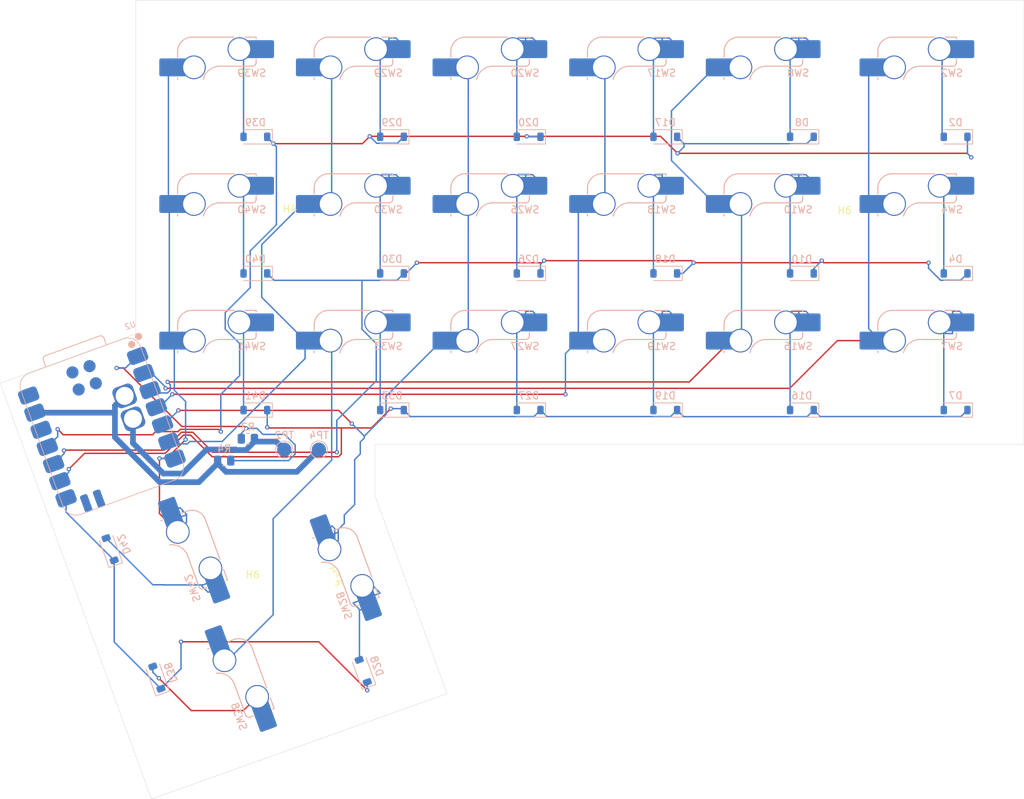
<source format=kicad_pcb>
(kicad_pcb (version 20241229) (generator "pcbnew") (generator_version "9.0")
  (layers (0 "F.Cu" signal) (2 "B.Cu" signal) (13 "F.Paste" user) (15 "B.Paste" user) (5 "F.SilkS" user "F.Silkscreen") (7 "B.SilkS" user "B.Silkscreen") (1 "F.Mask" user) (3 "B.Mask" user) (25 "Edge.Cuts" user))
  (net 0 "")
  (net 1 "/right/ROW0")
  (net 2 "Net-(D2-A)")
  (net 3 "/right/ROW1")
  (net 4 "Net-(D4-A)")
  (net 5 "/right/ROW2")
  (net 6 "Net-(D7-A)")
  (net 7 "Net-(D8-A)")
  (net 8 "Net-(D10-A)")
  (net 9 "Net-(D16-A)")
  (net 10 "Net-(D17-A)")
  (net 11 "Net-(D18-A)")
  (net 12 "Net-(D19-A)")
  (net 13 "Net-(D20-A)")
  (net 14 "Net-(D26-A)")
  (net 15 "Net-(D27-A)")
  (net 16 "/right/ROW3")
  (net 17 "Net-(D28-A)")
  (net 18 "Net-(D29-A)")
  (net 19 "Net-(D30-A)")
  (net 20 "Net-(D33-A)")
  (net 21 "Net-(D38-A)")
  (net 22 "Net-(D39-A)")
  (net 23 "Net-(D40-A)")
  (net 24 "Net-(D41-A)")
  (net 25 "Net-(D42-A)")
  (net 26 "/right/BT_PIN")
  (net 27 "/right/VBAT")
  (net 28 "GND")
  (net 29 "/right/COL0")
  (net 30 "/right/COL1")
  (net 31 "/right/COL2")
  (net 32 "/right/COL3")
  (net 33 "/right/COL4")
  (net 34 "/right/COL5")
  (footprint "MountingHole:MountingHole_3.2mm_M3" (layer "F.Cu") (at 199.644 136.652)
    (property "Reference" "H6")
    (property "Value" "MountingHole_3.2mm_M3")
  )
  (footprint "MountingHole:MountingHole_3.2mm_M3" (layer "F.Cu") (at 282.194 85.852)
    (property "Reference" "H6")
    (property "Value" "MountingHole_3.2mm_M3")
  )
  (footprint "MountingHole:MountingHole_3.2mm_M3" (layer "F.Cu") (at 204.85 85.64)
    (property "Reference" "H4")
    (property "Value" "MountingHole_3.2mm_M3")
  )
  (footprint "PCM_Mounting_Keyboard_Stabilizer:Stabilizer_Cherry_MX_2.00u" (layer "F.Cu") (at 209.2776 133.4038 -70)
    (property "Reference" "H16")
    (property "Value" "MountingHole")
  )
  (footprint "PCM_marbastlib-mx:SW_MX_HS_CPG151101S11_1u" (layer "B.Cu") (at 252.4125 83.3437 180)
    (property "Reference" "SW18")
    (property "Value" "SW_Push")
  )
  (footprint "Diode_SMD:D_SOD-123" (layer "B.Cu") (at 219.075 109.5375 180)
    (property "Reference" "D33")
    (property "Value" "D")
  )
  (footprint "Diode_SMD:D_SOD-123" (layer "B.Cu") (at 200.025 90.4875 180)
    (property "Reference" "D40")
    (property "Value" "D")
  )
  (footprint "Diode_SMD:D_SOD-123" (layer "B.Cu") (at 215.0603 145.9163 110)
    (property "Reference" "D28")
    (property "Value" "D")
  )
  (footprint "Resistor_SMD:R_0805_2012Metric" (layer "B.Cu") (at 195.6753 116.586 180)
    (property "Reference" "R4")
    (property "Value" "2M")
  )
  (footprint "PCM_marbastlib-mx:SW_MX_HS_CPG151101S11_1u" (layer "B.Cu") (at 214.3125 102.3937 180)
    (property "Reference" "SW33")
    (property "Value" "SW_Push")
  )
  (footprint "Diode_SMD:D_SOD-123" (layer "B.Cu") (at 276.225 109.5375 180)
    (property "Reference" "D16")
    (property "Value" "D")
  )
  (footprint "Diode_SMD:D_SOD-123" (layer "B.Cu") (at 297.6563 109.5375 180)
    (property "Reference" "D7")
    (property "Value" "D")
  )
  (footprint "PCM_marbastlib-mx:SW_MX_HS_CPG151101S11_1u" (layer "B.Cu") (at 214.3125 83.3437 180)
    (property "Reference" "SW30")
    (property "Value" "SW_Push")
  )
  (footprint "Diode_SMD:D_SOD-123" (layer "B.Cu") (at 179.777 128.9368 110)
    (property "Reference" "D42")
    (property "Value" "D")
  )
  (footprint "Diode_SMD:D_SOD-123" (layer "B.Cu") (at 186.2924 146.8379 110)
    (property "Reference" "D38")
    (property "Value" "D")
  )
  (footprint "mod_xiao:modified-XIAO-nRF52840-SMD" (layer "B.Cu") (at 178.5938 111.9187 -160)
    (property "Reference" "U2")
    (property "Value" "XIAO-nRF52840-SMD")
  )
  (footprint "PCM_marbastlib-mx:SW_MX_HS_CPG151101S11_1.25u" (layer "B.Cu") (at 292.8938 102.3937 180)
    (property "Reference" "SW7")
    (property "Value" "SW_Push")
  )
  (footprint "Diode_SMD:D_SOD-123" (layer "B.Cu") (at 238.125 109.5375 180)
    (property "Reference" "D27")
    (property "Value" "D")
  )
  (footprint "PCM_marbastlib-mx:SW_MX_HS_CPG151101S11_1u" (layer "B.Cu") (at 271.4625 83.3437 180)
    (property "Reference" "SW10")
    (property "Value" "SW_Push")
  )
  (footprint "PCM_marbastlib-mx:SW_MX_HS_CPG151101S11_1u" (layer "B.Cu") (at 233.3625 102.3937 180)
    (property "Reference" "SW27")
    (property "Value" "SW_Push")
  )
  (footprint "PCM_marbastlib-mx:SW_MX_HS_CPG151101S11_1.25u" (layer "B.Cu") (at 292.8938 64.2937 180)
    (property "Reference" "SW2")
    (property "Value" "SW_Push")
  )
  (footprint "Diode_SMD:D_SOD-123" (layer "B.Cu") (at 297.6563 71.4375 180)
    (property "Reference" "D2")
    (property "Value" "D")
  )
  (footprint "Diode_SMD:D_SOD-123" (layer "B.Cu") (at 276.225 71.4375 180)
    (property "Reference" "D8")
    (property "Value" "D")
  )
  (footprint "PCM_marbastlib-mx:SW_MX_HS_CPG151101S11_1u" (layer "B.Cu") (at 233.3625 83.3437 180)
    (property "Reference" "SW26")
    (property "Value" "SW_Push")
  )
  (footprint "Diode_SMD:D_SOD-123" (layer "B.Cu") (at 238.125 90.4875 180)
    (property "Reference" "D26")
    (property "Value" "D")
  )
  (footprint "Diode_SMD:D_SOD-123" (layer "B.Cu") (at 200.025 109.5375 180)
    (property "Reference" "D41")
    (property "Value" "D")
  )
  (footprint "Diode_SMD:D_SOD-123" (layer "B.Cu") (at 219.075 71.4375 180)
    (property "Reference" "D29")
    (property "Value" "D")
  )
  (footprint "PCM_marbastlib-mx:SW_MX_HS_CPG151101S11_1u" (layer "B.Cu") (at 233.3625 64.2937 180)
    (property "Reference" "SW20")
    (property "Value" "SW_Push")
  )
  (footprint "Diode_SMD:D_SOD-123" (layer "B.Cu") (at 219.075 90.4875 180)
    (property "Reference" "D30")
    (property "Value" "D")
  )
  (footprint "PCM_marbastlib-mx:SW_MX_HS_CPG151101S11_1u" (layer "B.Cu") (at 214.3125 64.2937 180)
    (property "Reference" "SW29")
    (property "Value" "SW_Push")
  )
  (footprint "PCM_marbastlib-mx:SW_MX_HS_CPG151101S11_1u" (layer "B.Cu") (at 209.2776 133.4038 110)
    (property "Reference" "SW28")
    (property "Value" "SW_Push")
  )
  (footprint "PCM_marbastlib-mx:SW_MX_HS_CPG151101S11_1u" (layer "B.Cu") (at 195.2625 83.3437 180)
    (property "Reference" "SW40")
    (property "Value" "SW_Push")
  )
  (footprint "Diode_SMD:D_SOD-123" (layer "B.Cu") (at 297.6563 90.4875 180)
    (property "Reference" "D4")
    (property "Value" "D")
  )
  (footprint "Diode_SMD:D_SOD-123" (layer "B.Cu") (at 257.175 90.4875 180)
    (property "Reference" "D18")
    (property "Value" "D")
  )
  (footprint "Resistor_SMD:R_0805_2012Metric" (layer "B.Cu") (at 198.9773 113.538 180)
    (property "Reference" "R2")
    (property "Value" "806K")
  )
  (footprint "PCM_marbastlib-mx:SW_MX_HS_CPG151101S11_1u" (layer "B.Cu") (at 195.2625 102.3937 180)
    (property "Reference" "SW41")
    (property "Value" "SW_Push")
  )
  (footprint "PCM_marbastlib-mx:SW_MX_HS_CPG151101S11_1u" (layer "B.Cu") (at 252.4125 64.2937 180)
    (property "Reference" "SW17")
    (property "Value" "SW_Push")
  )
  (footprint "PCM_marbastlib-mx:SW_MX_HS_CPG151101S11_1u" (layer "B.Cu") (at 194.6342 148.8699 110)
    (property "Reference" "SW38")
    (property "Value" "SW_Push")
  )
  (footprint "Diode_SMD:D_SOD-123" (layer "B.Cu") (at 238.125 71.4375 180)
    (property "Reference" "D20")
    (property "Value" "D")
  )
  (footprint "PCM_marbastlib-mx:SW_MX_HS_CPG151101S11_1u" (layer "B.Cu") (at 271.4625 102.3937 180)
    (property "Reference" "SW16")
    (property "Value" "SW_Push")
  )
  (footprint "Diode_SMD:D_SOD-123" (layer "B.Cu") (at 276.225 90.4875 180)
    (property "Reference" "D10")
    (property "Value" "D")
  )
  (footprint "TestPoint:TestPoint_Pad_D2.0mm" (layer "B.Cu") (at 204.0573 115.062 180)
    (property "Reference" "TP2")
    (property "Value" "BAT")
  )
  (footprint "Diode_SMD:D_SOD-123" (layer "B.Cu") (at 200.025 71.4375 180)
    (property "Reference" "D39")
    (property "Value" "D")
  )
  (footprint "Diode_SMD:D_SOD-123" (layer "B.Cu") (at 257.175 71.4375 180)
    (property "Reference" "D17")
    (property "Value" "D")
  )
  (footprint "PCM_marbastlib-mx:SW_MX_HS_CPG151101S11_1u" (layer "B.Cu") (at 252.4125 102.3937 180)
    (property "Reference" "SW19")
    (property "Value" "SW_Push")
  )
  (footprint "PCM_marbastlib-mx:SW_MX_HS_CPG151101S11_1u" (layer "B.Cu") (at 188.1188 130.9687 110)
    (property "Reference" "SW42")
    (property "Value" "SW_Push")
  )
  (footprint "PCM_marbastlib-mx:SW_MX_HS_CPG151101S11_1u" (layer "B.Cu") (at 271.4625 64.2937 180)
    (property "Reference" "SW8")
    (property "Value" "SW_Push")
  )
  (footprint "TestPoint:TestPoint_Pad_D2.0mm" (layer "B.Cu") (at 208.8833 115.062 180)
    (property "Reference" "TP4")
    (property "Value" "GND")
  )
  (footprint "PCM_marbastlib-mx:SW_MX_HS_CPG151101S11_1.25u" (layer "B.Cu") (at 292.8938 83.3437 180)
    (property "Reference" "SW4")
    (property "Value" "SW_Push")
  )
  (footprint "PCM_marbastlib-mx:SW_MX_HS_CPG151101S11_1u" (layer "B.Cu") (at 195.2625 64.2937 180)
    (property "Reference" "SW39")
    (property "Value" "SW_Push")
  )
  (footprint "Diode_SMD:D_SOD-123" (layer "B.Cu") (at 257.175 109.5375 180)
    (property "Reference" "D19")
    (property "Value" "D")
  )
  (gr_line (start 307.18125 52.3875) (end 307.18125 114.3) (stroke (width 0.05)) (layer "Edge.Cuts"))
  (gr_line (start 183.35625 98.916474) (end 183.35625 52.3875) (stroke (width 0.05)) (layer "Edge.Cuts"))
  (gr_line (start 164.44308 105.800305) (end 185.540882 163.766043) (stroke (width 0.05)) (layer "Edge.Cuts"))
  (gr_line (start 216.69375 121.44375) (end 226.749989 149.07304) (stroke (width 0.05)) (layer "Edge.Cuts"))
  (gr_line (start 164.44308 105.800305) (end 183.35625 98.916474) (stroke (width 0.05)) (layer "Edge.Cuts"))
  (gr_line (start 216.69375 114.3) (end 216.69375 121.44375) (stroke (width 0.05)) (layer "Edge.Cuts"))
  (gr_line (start 307.18125 114.3) (end 216.69375 114.3) (stroke (width 0.05)) (layer "Edge.Cuts"))
  (gr_line (start 183.35625 52.3875) (end 307.18125 52.3875) (stroke (width 0.05)) (layer "Edge.Cuts"))
  (gr_line (start 185.540882 163.766043) (end 226.749989 149.07304) (stroke (width 0.05)) (layer "Edge.Cuts"))
  (segment (start 256.5195 71.3725) (end 258.8873 73.7403) (width 0.2) (layer "F.Cu") (net 1))
  (segment (start 173.2307 112.979) (end 172.4616 112.2099) (width 0.2) (layer "F.Cu") (net 1))
  (segment (start 194.8963 112.2271) (end 189.5606 112.2271) (width 0.2) (layer "F.Cu") (net 1))
  (segment (start 237.8582 71.3725) (end 256.5195 71.3725) (width 0.2) (layer "F.Cu") (net 1))
  (segment (start 185.6836 112.979) (end 186.1262 112.5364) (width 0.2) (layer "F.Cu") (net 1))
  (segment (start 215.9707 71.3725) (end 214.9533 72.3899) (width 0.2) (layer "F.Cu") (net 1))
  (segment (start 214.9533 72.3899) (end 202.5412 72.3899) (width 0.2) (layer "F.Cu") (net 1))
  (segment (start 299.269 73.7403) (end 299.8375 74.3088) (width 0.2) (layer "F.Cu") (net 1))
  (segment (start 195.2056 112.5364) (end 194.8963 112.2271) (width 0.2) (layer "F.Cu") (net 1))
  (segment (start 185.6836 112.979) (end 173.2307 112.979) (width 0.2) (layer "F.Cu") (net 1))
  (segment (start 258.8873 73.7403) (end 299.269 73.7403) (width 0.2) (layer "F.Cu") (net 1))
  (segment (start 189.2513 112.5364) (end 189.5606 112.2271) (width 0.2) (layer "F.Cu") (net 1))
  (segment (start 189.2513 112.5364) (end 186.1262 112.5364) (width 0.2) (layer "F.Cu") (net 1))
  (segment (start 215.9707 71.3725) (end 237.8582 71.3725) (width 0.2) (layer "F.Cu") (net 1))
  (via (at 299.8375 74.3088) (size 0.6) (drill 0.3) (layers "F.Cu" "B.Cu") (net 1))
  (via (at 195.2056 112.5364) (size 0.6) (drill 0.3) (layers "F.Cu" "B.Cu") (net 1))
  (via (at 237.8582 71.3725) (size 0.6) (drill 0.3) (layers "F.Cu" "B.Cu") (net 1))
  (via (at 172.4616 112.2099) (size 0.6) (drill 0.3) (layers "F.Cu" "B.Cu") (net 1))
  (via (at 202.5412 72.3899) (size 0.6) (drill 0.3) (layers "F.Cu" "B.Cu") (net 1))
  (via (at 258.8873 73.7403) (size 0.6) (drill 0.3) (layers "F.Cu" "B.Cu") (net 1))
  (via (at 215.9707 71.3725) (size 0.6) (drill 0.3) (layers "F.Cu" "B.Cu") (net 1))
  (segment (start 197.826 100.2626) (end 197.826 104.7357) (width 0.2) (layer "B.Cu") (net 1))
  (segment (start 201.675 71.5237) (end 202.5412 72.3899) (width 0.2) (layer "B.Cu") (net 1))
  (segment (start 202.5412 72.3899) (end 202.9547 72.8034) (width 0.2) (layer "B.Cu") (net 1))
  (segment (start 299.3063 73.7776) (end 299.3063 71.4375) (width 0.2) (layer "B.Cu") (net 1))
  (segment (start 237.9232 71.4375) (end 237.8582 71.3725) (width 0.2) (layer "B.Cu") (net 1))
  (segment (start 172.4616 113.2367) (end 171.0246 114.6737) (width 0.2) (layer "B.Cu") (net 1))
  (segment (start 195.8193 95.9534) (end 195.8193 98.2559) (width 0.2) (layer "B.Cu") (net 1))
  (segment (start 195.8193 98.2559) (end 197.826 100.2626) (width 0.2) (layer "B.Cu") (net 1))
  (segment (start 258.8873 73.7403) (end 259.7826 72.845) (width 0.2) (layer "B.Cu") (net 1))
  (segment (start 259.7826 72.3951) (end 258.825 71.4375) (width 0.2) (layer "B.Cu") (net 1))
  (segment (start 299.8375 74.3088) (end 299.3063 73.7776) (width 0.2) (layer "B.Cu") (net 1))
  (segment (start 195.2056 107.3561) (end 195.2056 112.5364) (width 0.2) (layer "B.Cu") (net 1))
  (segment (start 259.7826 72.845) (end 259.7826 72.3951) (width 0.2) (layer "B.Cu") (net 1))
  (segment (start 197.826 104.7357) (end 195.2056 107.3561) (width 0.2) (layer "B.Cu") (net 1))
  (segment (start 277.875 71.4375) (end 276.9174 72.3951) (width 0.2) (layer "B.Cu") (net 1))
  (segment (start 202.9547 83.6915) (end 199.3019 87.3443) (width 0.2) (layer "B.Cu") (net 1))
  (segment (start 202.9547 72.8034) (end 202.9547 83.6915) (width 0.2) (layer "B.Cu") (net 1))
  (segment (start 216.9383 72.3401) (end 215.9707 71.3725) (width 0.2) (layer "B.Cu") (net 1))
  (segment (start 239.775 71.4375) (end 237.9232 71.4375) (width 0.2) (layer "B.Cu") (net 1))
  (segment (start 199.3019 92.4708) (end 195.8193 95.9534) (width 0.2) (layer "B.Cu") (net 1))
  (segment (start 199.3019 87.3443) (end 199.3019 92.4708) (width 0.2) (layer "B.Cu") (net 1))
  (segment (start 172.4616 112.2099) (end 172.4616 113.2367) (width 0.2) (layer "B.Cu") (net 1))
  (segment (start 276.9174 72.3951) (end 259.7826 72.3951) (width 0.2) (layer "B.Cu") (net 1))
  (segment (start 219.8224 72.3401) (end 216.9383 72.3401) (width 0.2) (layer "B.Cu") (net 1))
  (segment (start 220.725 71.4375) (end 219.8224 72.3401) (width 0.2) (layer "B.Cu") (net 1))
  (segment (start 295.7713 59.2137) (end 295.7713 71.2025) (width 0.2) (layer "B.Cu") (net 2))
  (segment (start 297.2338 58.5387) (end 298.3088 58.5387) (width 0.2) (layer "B.Cu") (net 2))
  (segment (start 297.2338 58.5387) (end 296.4463 58.5387) (width 0.2) (layer "B.Cu") (net 2))
  (segment (start 278.7063 88.9903) (end 278.9922 88.7044) (width 0.2) (layer "F.Cu") (net 3))
  (segment (start 261.1248 88.9903) (end 260.8389 88.7044) (width 0.2) (layer "F.Cu") (net 3))
  (segment (start 187.2324 115.1233) (end 189.7269 112.6288) (width 0.2) (layer "F.Cu") (net 3))
  (segment (start 211.3765 115.417) (end 194.0786 115.417) (width 0.2) (layer "F.Cu") (net 3))
  (segment (start 173.3925 115.1234) (end 173.3437 115.1722) (width 0.2) (layer "F.Cu") (net 3))
  (segment (start 279.2781 88.9903) (end 278.9922 88.7044) (width 0.2) (layer "F.Cu") (net 3))
  (segment (start 261.1248 88.9903) (end 278.7063 88.9903) (width 0.2) (layer "F.Cu") (net 3))
  (segment (start 194.0786 115.417) (end 191.2904 112.6288) (width 0.2) (layer "F.Cu") (net 3))
  (segment (start 260.8389 88.7044) (end 240.2795 88.7044) (width 0.2) (layer "F.Cu") (net 3))
  (segment (start 187.2324 115.1233) (end 173.3925 115.1233) (width 0.2) (layer "F.Cu") (net 3))
  (segment (start 191.2904 112.6288) (end 189.7269 112.6288) (width 0.2) (layer "F.Cu") (net 3))
  (segment (start 173.3925 115.1233) (end 173.3925 115.1234) (width 0.2) (layer "F.Cu") (net 3))
  (segment (start 222.5385 88.9903) (end 239.9936 88.9903) (width 0.2) (layer "F.Cu") (net 3))
  (segment (start 239.9936 88.9903) (end 240.2795 88.7044) (width 0.2) (layer "F.Cu") (net 3))
  (segment (start 293.8817 88.9903) (end 279.2781 88.9903) (width 0.2) (layer "F.Cu") (net 3))
  (via (at 278.9922 88.7044) (size 0.6) (drill 0.3) (layers "F.Cu" "B.Cu") (net 3))
  (via (at 261.1248 88.9903) (size 0.6) (drill 0.3) (layers "F.Cu" "B.Cu") (net 3))
  (via (at 293.8817 88.9903) (size 0.6) (drill 0.3) (layers "F.Cu" "B.Cu") (net 3))
  (via (at 240.2795 88.7044) (size 0.6) (drill 0.3) (layers "F.Cu" "B.Cu") (net 3))
  (via (at 173.3437 115.1722) (size 0.6) (drill 0.3) (layers "F.Cu" "B.Cu") (net 3))
  (via (at 222.5385 88.9903) (size 0.6) (drill 0.3) (layers "F.Cu" "B.Cu") (net 3))
  (via (at 211.3765 115.417) (size 0.6) (drill 0.3) (layers "F.Cu" "B.Cu") (net 3))
  (segment (start 239.775 89.2089) (end 239.775 90.4875) (width 0.2) (layer "B.Cu") (net 3))
  (segment (start 295.5629 91.4397) (end 293.8817 89.7585) (width 0.2) (layer "B.Cu") (net 3))
  (segment (start 216.8765 105.4681) (end 211.3765 110.9681) (width 0.2) (layer "B.Cu") (net 3))
  (segment (start 298.3541 91.4397) (end 295.5629 91.4397) (width 0.2) (layer "B.Cu") (net 3))
  (segment (start 214.8852 91.4496) (end 219.7629 91.4496) (width 0.2) (layer "B.Cu") (net 3))
  (segment (start 258.825 90.4875) (end 259.6276 90.4875) (width 0.2) (layer "B.Cu") (net 3))
  (segment (start 216.8765 100.2631) (end 216.8765 105.4681) (width 0.2) (layer "B.Cu") (net 3))
  (segment (start 202.6371 91.4496) (end 214.8852 91.4496) (width 0.2) (layer "B.Cu") (net 3))
  (segment (start 259.6276 90.4875) (end 261.1248 88.9903) (width 0.2) (layer "B.Cu") (net 3))
  (segment (start 219.7629 91.4496) (end 220.725 90.4875) (width 0.2) (layer "B.Cu") (net 3))
  (segment (start 173.3437 115.6101) (end 171.8933 117.0605) (width 0.2) (layer "B.Cu") (net 3))
  (segment (start 278.9922 88.7044) (end 277.875 89.8216) (width 0.2) (layer "B.Cu") (net 3))
  (segment (start 240.2795 88.7044) (end 239.775 89.2089) (width 0.2) (layer "B.Cu") (net 3))
  (segment (start 299.3063 90.4875) (end 298.3541 91.4397) (width 0.2) (layer "B.Cu") (net 3))
  (segment (start 211.3765 110.9681) (end 211.3765 115.417) (width 0.2) (layer "B.Cu") (net 3))
  (segment (start 221.0413 90.4875) (end 222.5385 88.9903) (width 0.2) (layer "B.Cu") (net 3))
  (segment (start 293.8817 89.7585) (end 293.8817 88.9903) (width 0.2) (layer "B.Cu") (net 3))
  (segment (start 173.3437 115.1722) (end 173.3437 115.6101) (width 0.2) (layer "B.Cu") (net 3))
  (segment (start 214.8852 98.2718) (end 216.8765 100.2631) (width 0.2) (layer "B.Cu") (net 3))
  (segment (start 277.875 89.8216) (end 277.875 90.4875) (width 0.2) (layer "B.Cu") (net 3))
  (segment (start 214.8852 91.4496) (end 214.8852 98.2718) (width 0.2) (layer "B.Cu") (net 3))
  (segment (start 201.675 90.4875) (end 202.6371 91.4496) (width 0.2) (layer "B.Cu") (net 3))
  (segment (start 297.2338 77.5887) (end 298.3088 77.5887) (width 0.2) (layer "B.Cu") (net 4))
  (segment (start 297.2338 77.5887) (end 296.1088 77.5887) (width 0.2) (layer "B.Cu") (net 4))
  (segment (start 296.0063 78.8362) (end 296.0063 90.4875) (width 0.2) (layer "B.Cu") (net 4))
  (segment (start 216.2046 112.0312) (end 218.9005 109.3353) (width 0.2) (layer "F.Cu") (net 5))
  (segment (start 201.7624 112.0312) (end 201.6777 111.9465) (width 0.2) (layer "F.Cu") (net 5))
  (segment (start 212.0141 112.0312) (end 212.0141 115.6477) (width 0.2) (layer "F.Cu") (net 5))
  (segment (start 187.4515 115.5724) (end 176.2133 115.5724) (width 0.2) (layer "F.Cu") (net 5))
  (segment (start 189.9934 113.0305) (end 187.4515 115.5724) (width 0.2) (layer "F.Cu") (net 5))
  (segment (start 190.9874 113.0305) (end 189.9934 113.0305) (width 0.2) (layer "F.Cu") (net 5))
  (segment (start 201.7624 112.0312) (end 212.0141 112.0312) (width 0.2) (layer "F.Cu") (net 5))
  (segment (start 194.0062 116.0493) (end 190.9874 113.0305) (width 0.2) (layer "F.Cu") (net 5))
  (segment (start 212.0141 115.6477) (end 211.6125 116.0493) (width 0.2) (layer "F.Cu") (net 5))
  (segment (start 212.0141 112.0312) (end 216.2046 112.0312) (width 0.2) (layer "F.Cu") (net 5))
  (segment (start 176.2133 115.5724) (end 174.017 117.7687) (width 0.2) (layer "F.Cu") (net 5))
  (segment (start 211.6125 116.0493) (end 194.0062 116.0493) (width 0.2) (layer "F.Cu") (net 5))
  (via (at 201.6777 111.9465) (size 0.6) (drill 0.3) (layers "F.Cu" "B.Cu") (net 5))
  (via (at 218.9005 109.3353) (size 0.6) (drill 0.3) (layers "F.Cu" "B.Cu") (net 5))
  (via (at 174.017 117.7687) (size 0.6) (drill 0.3) (layers "F.Cu" "B.Cu") (net 5))
  (segment (start 238.8724 110.4401) (end 239.775 109.5375) (width 0.2) (layer "B.Cu") (net 5))
  (segment (start 221.6276 110.4401) (end 238.8724 110.4401) (width 0.2) (layer "B.Cu") (net 5))
  (segment (start 257.9224 110.4401) (end 240.6776 110.4401) (width 0.2) (layer "B.Cu") (net 5))
  (segment (start 218.9005 109.3353) (end 220.5228 109.3353) (width 0.2) (layer "B.Cu") (net 5))
  (segment (start 201.6777 111.9465) (end 201.675 111.9438) (width 0.2) (layer "B.Cu") (net 5))
  (segment (start 277.875 109.5375) (end 278.7776 110.4401) (width 0.2) (layer "B.Cu") (net 5))
  (segment (start 259.7421 110.4546) (end 258.825 109.5375) (width 0.2) (layer "B.Cu") (net 5))
  (segment (start 174.017 118.1923) (end 172.762 119.4473) (width 0.2) (layer "B.Cu") (net 5))
  (segment (start 278.7776 110.4401) (end 298.4037 110.4401) (width 0.2) (layer "B.Cu") (net 5))
  (segment (start 201.675 111.9438) (end 201.675 109.5375) (width 0.2) (layer "B.Cu") (net 5))
  (segment (start 276.9579 110.4546) (end 259.7421 110.4546) (width 0.2) (layer "B.Cu") (net 5))
  (segment (start 240.6776 110.4401) (end 239.775 109.5375) (width 0.2) (layer "B.Cu") (net 5))
  (segment (start 174.017 117.7687) (end 174.017 118.1923) (width 0.2) (layer "B.Cu") (net 5))
  (segment (start 220.725 109.5375) (end 221.6276 110.4401) (width 0.2) (layer "B.Cu") (net 5))
  (segment (start 298.4037 110.4401) (end 299.3063 109.5375) (width 0.2) (layer "B.Cu") (net 5))
  (segment (start 277.875 109.5375) (end 276.9579 110.4546) (width 0.2) (layer "B.Cu") (net 5))
  (segment (start 258.825 109.5375) (end 257.9224 110.4401) (width 0.2) (layer "B.Cu") (net 5))
  (segment (start 296.248 98.8654) (end 297.2338 98.8654) (width 0.2) (layer "B.Cu") (net 6))
  (segment (start 296.0063 98.5412) (end 296.0063 109.5375) (width 0.2) (layer "B.Cu") (net 6))
  (segment (start 297.2338 97.3137) (end 297.2338 95.762) (width 0.2) (layer "B.Cu") (net 6))
  (segment (start 298.208 95.762) (end 297.2338 95.762) (width 0.2) (layer "B.Cu") (net 6))
  (segment (start 298.9838 96.5378) (end 298.208 95.762) (width 0.2) (layer "B.Cu") (net 6))
  (segment (start 297.2338 97.3137) (end 297.2338 98.8654) (width 0.2) (layer "B.Cu") (net 6))
  (segment (start 296.0063 98.6237) (end 296.248 98.8654) (width 0.2) (layer "B.Cu") (net 6))
  (segment (start 275.8025 59.2137) (end 275.8025 57.662) (width 0.2) (layer "B.Cu") (net 7))
  (segment (start 277.5525 58.4378) (end 276.7767 57.662) (width 0.2) (layer "B.Cu") (net 7))
  (segment (start 276.7767 57.662) (end 275.8025 57.662) (width 0.2) (layer "B.Cu") (net 7))
  (segment (start 274.575 59.7862) (end 274.575 71.4375) (width 0.2) (layer "B.Cu") (net 7))
  (segment (start 274.7783 57.662) (end 275.8025 57.662) (width 0.2) (layer "B.Cu") (net 7))
  (segment (start 274.0025 58.4378) (end 274.7783 57.662) (width 0.2) (layer "B.Cu") (net 7))
  (segment (start 274.7783 76.712) (end 274.0025 77.4878) (width 0.2) (layer "B.Cu") (net 8))
  (segment (start 275.8025 76.712) (end 274.7783 76.712) (width 0.2) (layer "B.Cu") (net 8))
  (segment (start 274.575 78.8362) (end 274.575 90.4875) (width 0.2) (layer "B.Cu") (net 8))
  (segment (start 275.8025 76.712) (end 276.7767 76.712) (width 0.2) (layer "B.Cu") (net 8))
  (segment (start 276.7767 76.712) (end 277.5525 77.4878) (width 0.2) (layer "B.Cu") (net 8))
  (segment (start 275.8025 78.2637) (end 275.8025 76.712) (width 0.2) (layer "B.Cu") (net 8))
  (segment (start 274.575 109.5375) (end 274.575 97.8862) (width 0.2) (layer "B.Cu") (net 9))
  (segment (start 277.5525 96.5378) (end 276.7767 95.762) (width 0.2) (layer "B.Cu") (net 9))
  (segment (start 276.7767 95.762) (end 275.8025 95.762) (width 0.2) (layer "B.Cu") (net 9))
  (segment (start 274.7783 95.762) (end 275.8025 95.762) (width 0.2) (layer "B.Cu") (net 9))
  (segment (start 275.8025 97.3137) (end 275.8025 95.762) (width 0.2) (layer "B.Cu") (net 9))
  (segment (start 274.0025 96.5378) (end 274.7783 95.762) (width 0.2) (layer "B.Cu") (net 9))
  (segment (start 254.9525 58.4378) (end 255.7283 57.662) (width 0.2) (layer "B.Cu") (net 10))
  (segment (start 255.7283 57.662) (end 256.7525 57.662) (width 0.2) (layer "B.Cu") (net 10))
  (segment (start 258.5025 58.4378) (end 257.7267 57.662) (width 0.2) (layer "B.Cu") (net 10))
  (segment (start 257.7267 57.662) (end 256.7525 57.662) (width 0.2) (layer "B.Cu") (net 10))
  (segment (start 256.7525 59.2137) (end 256.7525 57.662) (width 0.2) (layer "B.Cu") (net 10))
  (segment (start 255.525 71.4375) (end 255.525 59.7862) (width 0.2) (layer "B.Cu") (net 10))
  (segment (start 256.7525 77.5887) (end 257.8275 77.5887) (width 0.2) (layer "B.Cu") (net 11))
  (segment (start 254.9525 77.4878) (end 255.7283 76.712) (width 0.2) (layer "B.Cu") (net 11))
  (segment (start 255.7283 76.712) (end 256.7525 76.712) (width 0.2) (layer "B.Cu") (net 11))
  (segment (start 256.7525 77.5887) (end 256.7525 76.712) (width 0.2) (layer "B.Cu") (net 11))
  (segment (start 255.525 78.8362) (end 255.525 90.4875) (width 0.2) (layer "B.Cu") (net 11))
  (segment (start 258.5025 96.5378) (end 257.7267 95.762) (width 0.2) (layer "B.Cu") (net 12))
  (segment (start 255.525 97.8662) (end 255.525 109.5375) (width 0.2) (layer "B.Cu") (net 12))
  (segment (start 256.7525 96.6387) (end 256.7525 95.762) (width 0.2) (layer "B.Cu") (net 12))
  (segment (start 257.7267 95.762) (end 256.7525 95.762) (width 0.2) (layer "B.Cu") (net 12))
  (segment (start 256.7525 96.6387) (end 255.525 97.8662) (width 0.2) (layer "B.Cu") (net 12))
  (segment (start 236.475 71.4375) (end 236.475 59.7862) (width 0.2) (layer "B.Cu") (net 13))
  (segment (start 236.6783 57.662) (end 237.7025 57.662) (width 0.2) (layer "B.Cu") (net 13))
  (segment (start 238.6767 57.662) (end 239.4525 58.4378) (width 0.2) (layer "B.Cu") (net 13))
  (segment (start 237.7025 57.662) (end 238.6767 57.662) (width 0.2) (layer "B.Cu") (net 13))
  (segment (start 235.9025 58.4378) (end 236.6783 57.662) (width 0.2) (layer "B.Cu") (net 13))
  (segment (start 237.7025 59.2137) (end 237.7025 57.662) (width 0.2) (layer "B.Cu") (net 13))
  (segment (start 236.6783 76.712) (end 237.7025 76.712) (width 0.2) (layer "B.Cu") (net 14))
  (segment (start 238.6767 76.712) (end 237.7025 76.712) (width 0.2) (layer "B.Cu") (net 14))
  (segment (start 236.475 90.4875) (end 236.475 78.8362) (width 0.2) (layer "B.Cu") (net 14))
  (segment (start 237.7025 78.2637) (end 237.7025 76.712) (width 0.2) (layer "B.Cu") (net 14))
  (segment (start 239.4525 77.4878) (end 238.6767 76.712) (width 0.2) (layer "B.Cu") (net 14))
  (segment (start 235.9025 77.4878) (end 236.6783 76.712) (width 0.2) (layer "B.Cu") (net 14))
  (segment (start 237.7025 96.6387) (end 236.5775 96.6387) (width 0.2) (layer "B.Cu") (net 15))
  (segment (start 237.7025 96.6387) (end 237.7025 95.762) (width 0.2) (layer "B.Cu") (net 15))
  (segment (start 238.6767 95.762) (end 239.4525 96.5378) (width 0.2) (layer "B.Cu") (net 15))
  (segment (start 237.7025 95.762) (end 238.6767 95.762) (width 0.2) (layer "B.Cu") (net 15))
  (segment (start 236.475 109.5375) (end 236.475 97.8862) (width 0.2) (layer "B.Cu") (net 15))
  (segment (start 208.8589 141.8437) (end 215.6235 148.6083) (width 0.2) (layer "F.Cu") (net 16))
  (segment (start 189.6552 141.8437) (end 208.8589 141.8437) (width 0.2) (layer "F.Cu") (net 16))
  (via (at 215.6235 148.6083) (size 0.6) (drill 0.3) (layers "F.Cu" "B.Cu") (net 16))
  (via (at 189.6552 141.8437) (size 0.6) (drill 0.3) (layers "F.Cu" "B.Cu") (net 16))
  (segment (start 215.6235 148.6083) (end 215.6246 148.6072) (width 0.2) (layer "B.Cu") (net 16))
  (segment (start 215.6246 148.6072) (end 215.6246 147.4668) (width 0.2) (layer "B.Cu") (net 16))
  (segment (start 173.6308 121.8341) (end 173.6308 123.7768) (width 0.2) (layer "B.Cu") (net 16))
  (segment (start 189.6552 145.5899) (end 189.6552 141.8437) (width 0.2) (layer "B.Cu") (net 16))
  (segment (start 180.3413 141.873) (end 186.8567 148.3884) (width 0.2) (layer "B.Cu") (net 16))
  (segment (start 180.3413 130.4873) (end 180.3413 141.873) (width 0.2) (layer "B.Cu") (net 16))
  (segment (start 186.8567 148.3884) (end 189.6552 145.5899) (width 0.2) (layer "B.Cu") (net 16))
  (segment (start 173.6308 123.7768) (end 180.3413 130.4873) (width 0.2) (layer "B.Cu") (net 16))
  (segment (start 214.5368 137.3891) (end 214.5368 144.325) (width 0.2) (layer "B.Cu") (net 17))
  (segment (start 214.5368 137.3891) (end 214.5368 137.3342) (width 0.2) (layer "B.Cu") (net 17))
  (segment (start 213.692 136.4894) (end 213.692 136.4156) (width 0.2) (layer "B.Cu") (net 17))
  (segment (start 216.5345 134.155) (end 217.3792 134.9997) (width 0.2) (layer "B.Cu") (net 17))
  (segment (start 216.1341 137.3891) (end 214.5368 137.3891) (width 0.2) (layer "B.Cu") (net 17))
  (segment (start 214.5368 137.3342) (end 213.692 136.4894) (width 0.2) (layer "B.Cu") (net 17))
  (segment (start 215.0218 134.155) (end 216.5345 134.155) (width 0.2) (layer "B.Cu") (net 17))
  (segment (start 215.5356 135.7446) (end 217.3792 135.0736) (width 0.2) (layer "B.Cu") (net 17))
  (segment (start 215.5356 135.7446) (end 213.692 136.4156) (width 0.2) (layer "B.Cu") (net 17))
  (segment (start 217.3792 134.9997) (end 217.3792 135.0736) (width 0.2) (layer "B.Cu") (net 17))
  (segment (start 218.6525 58.5387) (end 218.6525 57.662) (width 0.2) (layer "B.Cu") (net 18))
  (segment (start 219.6267 57.662) (end 220.4025 58.4378) (width 0.2) (layer "B.Cu") (net 18))
  (segment (start 218.6525 57.662) (end 219.6267 57.662) (width 0.2) (layer "B.Cu") (net 18))
  (segment (start 218.6525 58.5387) (end 217.5275 58.5387) (width 0.2) (layer "B.Cu") (net 18))
  (segment (start 217.425 71.4375) (end 217.425 59.7862) (width 0.2) (layer "B.Cu") (net 18))
  (segment (start 219.6267 76.712) (end 220.4025 77.4878) (width 0.2) (layer "B.Cu") (net 19))
  (segment (start 218.6525 78.2637) (end 218.6525 76.712) (width 0.2) (layer "B.Cu") (net 19))
  (segment (start 217.6283 76.712) (end 216.8525 77.4878) (width 0.2) (layer "B.Cu") (net 19))
  (segment (start 218.6525 76.712) (end 217.6283 76.712) (width 0.2) (layer "B.Cu") (net 19))
  (segment (start 218.6525 76.712) (end 219.6267 76.712) (width 0.2) (layer "B.Cu") (net 19))
  (segment (start 217.425 78.8362) (end 217.425 90.4875) (width 0.2) (layer "B.Cu") (net 19))
  (segment (start 217.425 97.3137) (end 218.6525 97.3137) (width 0.2) (layer "B.Cu") (net 20))
  (segment (start 220.4025 97.3137) (end 218.6525 97.3137) (width 0.2) (layer "B.Cu") (net 20))
  (segment (start 217.425 109.5375) (end 217.425 97.3137) (width 0.2) (layer "B.Cu") (net 20))
  (segment (start 191.079 151.4373) (end 186.5666 146.9249) (width 0.2) (layer "F.Cu") (net 21))
  (segment (start 200.2766 149.5193) (end 198.3586 151.4373) (width 0.2) (layer "F.Cu") (net 21))
  (segment (start 198.3586 151.4373) (end 191.079 151.4373) (width 0.2) (layer "F.Cu") (net 21))
  (via (at 186.5666 146.9249) (size 0.6) (drill 0.3) (layers "F.Cu" "B.Cu") (net 21))
  (segment (start 200.8922 150.1349) (end 200.8922 151.2107) (width 0.2) (layer "B.Cu") (net 21))
  (segment (start 185.7281 146.0864) (end 185.7281 145.2874) (width 0.2) (layer "B.Cu") (net 21))
  (segment (start 200.8922 152.2567) (end 200.8922 151.2107) (width 0.2) (layer "B.Cu") (net 21))
  (segment (start 186.5666 146.9249) (end 185.7281 146.0864) (width 0.2) (layer "B.Cu") (net 21))
  (segment (start 199.6025 58.5387) (end 198.4775 58.5387) (width 0.2) (layer "B.Cu") (net 22))
  (segment (start 198.375 71.4375) (end 198.375 59.7862) (width 0.2) (layer "B.Cu") (net 22))
  (segment (start 199.6025 58.5387) (end 200.6775 58.5387) (width 0.2) (layer "B.Cu") (net 22))
  (segment (start 199.6025 77.5887) (end 200.6775 77.5887) (width 0.2) (layer "B.Cu") (net 23))
  (segment (start 198.375 90.4875) (end 198.375 78.8362) (width 0.2) (layer "B.Cu") (net 23))
  (segment (start 199.6025 77.5887) (end 198.4775 77.5887) (width 0.2) (layer "B.Cu") (net 23))
  (segment (start 199.6025 96.6387) (end 200.6775 96.6387) (width 0.2) (layer "B.Cu") (net 24))
  (segment (start 199.6025 96.6387) (end 198.4775 96.6387) (width 0.2) (layer "B.Cu") (net 24))
  (segment (start 198.375 109.5375) (end 198.375 97.8862) (width 0.2) (layer "B.Cu") (net 24))
  (segment (start 192.5332 134.0543) (end 192.5332 133.9805) (width 0.2) (layer "B.Cu") (net 25))
  (segment (start 187.2293 133.8943) (end 185.7207 133.8943) (width 0.2) (layer "B.Cu") (net 25))
  (segment (start 192.7134 133.9149) (end 187.2499 133.9149) (width 0.2) (layer "B.Cu") (net 25))
  (segment (start 187.2499 133.9149) (end 187.2293 133.8943) (width 0.2) (layer "B.Cu") (net 25))
  (segment (start 192.7134 133.9149) (end 193.115 133.7687) (width 0.2) (layer "B.Cu") (net 25))
  (segment (start 185.7207 133.8943) (end 179.2127 127.3863) (width 0.2) (layer "B.Cu") (net 25))
  (segment (start 194.9204 134.8991) (end 193.378 134.8991) (width 0.2) (layer "B.Cu") (net 25))
  (segment (start 192.7134 133.9149) (end 192.5332 133.9805) (width 0.2) (layer "B.Cu") (net 25))
  (segment (start 193.378 134.8991) (end 192.5332 134.0543) (width 0.2) (layer "B.Cu") (net 25))
  (segment (start 193.2909 133.5928) (end 193.115 133.7687) (width 0.2) (layer "B.Cu") (net 25))
  (segment (start 193.5984 131.7809) (end 193.5984 133.5928) (width 0.2) (layer "B.Cu") (net 25))
  (segment (start 189.7686 111.8254) (end 181.615 103.6718) (width 0.2) (layer "F.Cu") (net 26))
  (segment (start 198.7564 112.0923) (end 198.4895 111.8254) (width 0.2) (layer "F.Cu") (net 26))
  (segment (start 181.615 103.6718) (end 180.6753 103.6718) (width 0.2) (layer "F.Cu") (net 26))
  (segment (start 198.4895 111.8254) (end 189.7686 111.8254) (width 0.2) (layer "F.Cu") (net 26))
  (via (at 198.7564 112.0923) (size 0.6) (drill 0.3) (layers "F.Cu" "B.Cu") (net 26))
  (via (at 180.6753 103.6718) (size 0.6) (drill 0.3) (layers "F.Cu" "B.Cu") (net 26))
  (segment (start 196.5878 116.586) (end 204.6571 116.586) (width 0.2) (layer "B.Cu") (net 26))
  (segment (start 198.7564 112.0923) (end 198.0648 112.7839) (width 0.2) (layer "B.Cu") (net 26))
  (segment (start 205.571 115.6721) (end 205.571 114.3997) (width 0.2) (layer "B.Cu") (net 26))
  (segment (start 201.0775 112.9306) (end 200.2392 112.0923) (width 0.2) (layer "B.Cu") (net 26))
  (segment (start 204.6571 116.586) (end 205.571 115.6721) (width 0.2) (layer "B.Cu") (net 26))
  (segment (start 205.571 114.3997) (end 204.1019 112.9306) (width 0.2) (layer "B.Cu") (net 26))
  (segment (start 181.9212 103.6718) (end 180.6753 103.6718) (width 0.2) (layer "B.Cu") (net 26))
  (segment (start 204.1019 112.9306) (end 201.0775 112.9306) (width 0.2) (layer "B.Cu") (net 26))
  (segment (start 198.0648 112.7839) (end 198.0648 113.538) (width 0.2) (layer "B.Cu") (net 26))
  (segment (start 200.2392 112.0923) (end 198.7564 112.0923) (width 0.2) (layer "B.Cu") (net 26))
  (segment (start 183.6085 101.9845) (end 181.9212 103.6718) (width 0.2) (layer "B.Cu") (net 26))
  (segment (start 199.8898 113.9317) (end 199.8898 113.538) (width 0.8) (layer "B.Cu") (net 27))
  (segment (start 182.9592 110.7555) (end 182.9592 114.1512) (width 0.8) (layer "B.Cu") (net 27))
  (segment (start 204.0573 115.062) (end 202.927 113.9317) (width 0.8) (layer "B.Cu") (net 27))
  (segment (start 197.3152 115.1123) (end 198.7092 115.1123) (width 0.8) (layer "B.Cu") (net 27))
  (segment (start 197.2421 115.0392) (end 197.3152 115.1123) (width 0.8) (layer "B.Cu") (net 27))
  (segment (start 189.8802 118.3867) (end 193.2277 115.0392) (width 0.8) (layer "B.Cu") (net 27))
  (segment (start 198.7092 115.1123) (end 199.8898 113.9317) (width 0.8) (layer "B.Cu") (net 27))
  (segment (start 187.1947 118.3867) (end 189.8802 118.3867) (width 0.8) (layer "B.Cu") (net 27))
  (segment (start 193.2277 115.0392) (end 197.2421 115.0392) (width 0.8) (layer "B.Cu") (net 27))
  (segment (start 202.927 113.9317) (end 199.8898 113.9317) (width 0.8) (layer "B.Cu") (net 27))
  (segment (start 182.9592 114.1512) (end 187.1947 118.3867) (width 0.8) (layer "B.Cu") (net 27))
  (segment (start 205.7947 118.1506) (end 195.9422 118.1506) (width 0.8) (layer "B.Cu") (net 28))
  (segment (start 180.4463 113.3378) (end 186.6969 119.5884) (width 0.8) (layer "B.Cu") (net 28))
  (segment (start 180.4463 109.9) (end 180.4463 113.3378) (width 0.8) (layer "B.Cu") (net 28))
  (segment (start 195.9422 118.1506) (end 194.7628 116.9712) (width 0.8) (layer "B.Cu") (net 28))
  (segment (start 208.8833 115.062) (end 205.7947 118.1506) (width 0.8) (layer "B.Cu") (net 28))
  (segment (start 169.2871 109.9) (end 180.4463 109.9) (width 0.8) (layer "B.Cu") (net 28))
  (segment (start 192.1456 119.5884) (end 194.7628 116.9712) (width 0.8) (layer "B.Cu") (net 28))
  (segment (start 194.7628 116.9712) (end 194.7628 116.586) (width 0.8) (layer "B.Cu") (net 28))
  (segment (start 186.6969 119.5884) (end 192.1456 119.5884) (width 0.8) (layer "B.Cu") (net 28))
  (segment (start 180.4463 108.9106) (end 180.4463 109.9) (width 0.8) (layer "B.Cu") (net 28))
  (segment (start 181.7964 107.5605) (end 180.4463 108.9106) (width 0.8) (layer "B.Cu") (net 28))
  (segment (start 281.1737 99.8537) (end 289.0838 99.8537) (width 0.2) (layer "F.Cu") (net 29))
  (segment (start 274.5182 106.5092) (end 281.1737 99.8537) (width 0.2) (layer "F.Cu") (net 29))
  (segment (start 187.5014 106.5092) (end 274.5182 106.5092) (width 0.2) (layer "F.Cu") (net 29))
  (via (at 187.5014 106.5092) (size 0.6) (drill 0.3) (layers "F.Cu" "B.Cu") (net 29))
  (segment (start 285.5338 99.8537) (end 287.119 99.8537) (width 0.2) (layer "B.Cu") (net 29))
  (segment (start 289.0838 80.8037) (end 287.2588 80.8037) (width 0.2) (layer "B.Cu") (net 29))
  (segment (start 285.5338 98.1903) (end 285.5338 80.8037) (width 0.2) (layer "B.Cu") (net 29))
  (segment (start 285.5338 80.8037) (end 287.2588 80.8037) (width 0.2) (layer "B.Cu") (net 29))
  (segment (start 187.5014 106.3339) (end 187.5014 106.5092) (width 0.2) (layer "B.Cu") (net 29))
  (segment (start 287.1663 99.8228) (end 285.5338 98.1903) (width 0.2) (layer "B.Cu") (net 29))
  (segment (start 285.5338 61.7537) (end 285.5338 80.8037) (width 0.2) (layer "B.Cu") (net 29))
  (segment (start 289.0838 99.8537) (end 287.2588 99.8537) (width 0.2) (layer "B.Cu") (net 29))
  (segment (start 289.0838 61.7537) (end 287.2588 61.7537) (width 0.2) (layer "B.Cu") (net 29))
  (segment (start 185.5388 104.3713) (end 187.5014 106.3339) (width 0.2) (layer "B.Cu") (net 29))
  (segment (start 285.5338 61.7537) (end 287.2588 61.7537) (width 0.2) (layer "B.Cu") (net 29))
  (segment (start 187.7838 105.6162) (end 260.5322 105.6162) (width 0.2) (layer "F.Cu") (net 30))
  (segment (start 260.5322 105.6162) (end 266.2947 99.8537) (width 0.2) (layer "F.Cu") (net 30))
  (via (at 187.7838 105.6162) (size 0.6) (drill 0.3) (layers "F.Cu" "B.Cu") (net 30))
  (segment (start 188.1539 105.9863) (end 188.1539 106.7768) (width 0.2) (layer "B.Cu") (net 30))
  (segment (start 265.8275 99.8537) (end 267.6525 99.8537) (width 0.2) (layer "B.Cu") (net 30))
  (segment (start 267.8092 99.697) (end 267.8092 80.9604) (width 0.2) (layer "B.Cu") (net 30))
  (segment (start 267.6525 61.7537) (end 265.8275 61.7537) (width 0.2) (layer "B.Cu") (net 30))
  (segment (start 258.0387 67.8175) (end 264.1025 61.7537) (width 0.2) (layer "B.Cu") (net 30))
  (segment (start 187.7838 105.6162) (end 188.1539 105.9863) (width 0.2) (layer "B.Cu") (net 30))
  (segment (start 265.8275 99.8537) (end 264.1025 99.8537) (width 0.2) (layer "B.Cu") (net 30))
  (segment (start 264.1025 61.7537) (end 265.8275 61.7537) (width 0.2) (layer "B.Cu") (net 30))
  (segment (start 264.1025 80.8037) (end 265.8275 80.8037) (width 0.2) (layer "B.Cu") (net 30))
  (segment (start 258.0387 74.7399) (end 258.0387 67.8175) (width 0.2) (layer "B.Cu") (net 30))
  (segment (start 187.7755 107.1552) (end 185.7431 107.1552) (width 0.2) (layer "B.Cu") (net 30))
  (segment (start 265.8275 80.8037) (end 267.6525 80.8037) (width 0.2) (layer "B.Cu") (net 30))
  (segment (start 188.1539 106.7768) (end 187.7755 107.1552) (width 0.2) (layer "B.Cu") (net 30))
  (segment (start 264.1025 80.8037) (end 258.0387 74.7399) (width 0.2) (layer "B.Cu") (net 30))
  (segment (start 188.4388 107.3427) (end 243.2574 107.3427) (width 0.2) (layer "F.Cu") (net 31))
  (via (at 188.4388 107.3427) (size 0.6) (drill 0.3) (layers "F.Cu" "B.Cu") (net 31))
  (via (at 243.2574 107.3427) (size 0.6) (drill 0.3) (layers "F.Cu" "B.Cu") (net 31))
  (segment (start 243.2574 107.3427) (end 243.2574 101.6488) (width 0.2) (layer "B.Cu") (net 31))
  (segment (start 245.0525 61.7537) (end 246.7775 61.7537) (width 0.2) (layer "B.Cu") (net 31))
  (segment (start 245.0525 80.8037) (end 245.0525 99.8537) (width 0.2) (layer "B.Cu") (net 31))
  (segment (start 243.2574 101.6488) (end 245.0525 99.8537) (width 0.2) (layer "B.Cu") (net 31))
  (segment (start 245.0525 80.8037) (end 246.7775 80.8037) (width 0.2) (layer "B.Cu") (net 31))
  (segment (start 186.6366 109.1449) (end 188.4388 107.3427) (width 0.2) (layer "B.Cu") (net 31))
  (segment (start 246.7775 80.8037) (end 248.6025 80.8037) (width 0.2) (layer "B.Cu") (net 31))
  (segment (start 248.6025 99.8537) (end 246.7775 99.8537) (width 0.2) (layer "B.Cu") (net 31))
  (segment (start 245.0525 99.8537) (end 246.7775 99.8537) (width 0.2) (layer "B.Cu") (net 31))
  (segment (start 248.6025 61.7537) (end 246.7775 61.7537) (width 0.2) (layer "B.Cu") (net 31))
  (segment (start 248.7592 80.647) (end 248.7592 61.9104) (width 0.2) (layer "B.Cu") (net 31))
  (segment (start 211.6327 109.5838) (end 213.4784 111.4295) (width 0.2) (layer "F.Cu") (net 32))
  (segment (start 189.2962 109.5838) (end 211.6327 109.5838) (width 0.2) (layer "F.Cu") (net 32))
  (via (at 213.4784 111.4295) (size 0.6) (drill 0.3) (layers "F.Cu" "B.Cu") (net 32))
  (via (at 189.2962 109.5838) (size 0.6) (drill 0.3) (layers "F.Cu" "B.Cu") (net 32))
  (segment (start 210.6464 125.7163) (end 210.588 125.7747) (width 0.2) (layer "B.Cu") (net 32))
  (segment (start 229.7092 80.647) (end 229.7092 61.9104) (width 0.2) (layer "B.Cu") (net 32))
  (segment (start 209.7371 127.2399) (end 211.5807 126.5689) (width 0.2) (layer "B.Cu") (net 32))
  (segment (start 210.5296 125.8541) (end 209.3824 125.8541) (width 0.2) (layer "B.Cu") (net 32))
  (segment (start 218.2382 107.618) (end 226.0025 99.8537) (width 0.2) (layer "B.Cu") (net 32))
  (segment (start 210.7444 125.7163) (end 210.6464 125.7163) (width 0.2) (layer "B.Cu") (net 32))
  (segment (start 213.4784 111.4295) (end 215.2154 113.1665) (width 0.2) (layer "B.Cu") (net 32))
  (segment (start 213.866 122.7182) (end 213.866 116.4402) (width 0.2) (layer "B.Cu") (net 32))
  (segment (start 213.866 116.4402) (end 214.6534 115.6528) (width 0.2) (layer "B.Cu") (net 32))
  (segment (start 214.6534 115.6528) (end 214.6534 113.9898) (width 0.2) (layer "B.Cu") (net 32))
  (segment (start 227.7275 61.7537) (end 229.5525 61.7537) (width 0.2) (layer "B.Cu") (net 32))
  (segment (start 226.0025 61.7537) (end 227.7275 61.7537) (width 0.2) (layer "B.Cu") (net 32))
  (segment (start 227.7275 80.8037) (end 229.5525 80.8037) (width 0.2) (layer "B.Cu") (net 32))
  (segment (start 210.8276 128.4885) (end 211.5807 127.7354) (width 0.2) (layer "B.Cu") (net 32))
  (segment (start 227.7275 99.8537) (end 226.0025 99.8537) (width 0.2) (layer "B.Cu") (net 32))
  (segment (start 211.0937 126.0656) (end 210.7444 125.7163) (width 0.2) (layer "B.Cu") (net 32))
  (segment (start 212.4241 125.3415) (end 212.4241 124.1601) (width 0.2) (layer "B.Cu") (net 32))
  (segment (start 218.2382 110.1437) (end 218.2382 107.618) (width 0.2) (layer "B.Cu") (net 32))
  (segment (start 215.2154 113.4278) (end 215.2154 113.1665) (width 0.2) (layer "B.Cu") (net 32))
  (segment (start 214.6534 113.9898) (end 215.2154 113.4278) (width 0.2) (layer "B.Cu") (net 32))
  (segment (start 229.7092 99.697) (end 229.7092 80.9604) (width 0.2) (layer "B.Cu") (net 32))
  (segment (start 215.2154 113.1665) (end 218.2382 110.1437) (width 0.2) (layer "B.Cu") (net 32))
  (segment (start 210.588 125.7957) (end 210.5296 125.8541) (width 0.2) (layer "B.Cu") (net 32))
  (segment (start 211.5807 127.7354) (end 211.5807 126.5689) (width 0.2) (layer "B.Cu") (net 32))
  (segment (start 187.3483 111.5317) (end 189.2962 109.5838) (width 0.2) (layer "B.Cu") (net 32))
  (segment (start 229.5525 99.8537) (end 227.7275 99.8537) (width 0.2) (layer "B.Cu") (net 32))
  (segment (start 210.588 125.7747) (end 210.588 125.7957) (width 0.2) (layer "B.Cu") (net 32))
  (segment (start 227.7275 80.8037) (end 226.0025 80.8037) (width 0.2) (layer "B.Cu") (net 32))
  (segment (start 211.0937 128.2224) (end 211.0937 126.0656) (width 0.2) (layer "B.Cu") (net 32))
  (segment (start 211.5807 126.1849) (end 212.4241 125.3415) (width 0.2) (layer "B.Cu") (net 32))
  (segment (start 212.4241 124.1601) (end 213.866 122.7182) (width 0.2) (layer "B.Cu") (net 32))
  (segment (start 211.5807 126.5689) (end 211.5807 126.1849) (width 0.2) (layer "B.Cu") (net 32))
  (segment (start 195.0937 142.706) (end 194.5038 142.1161) (width 0.2) (layer "B.Cu") (net 33))
  (segment (start 202.5 124.6814) (end 202.5 138.0694) (width 0.2) (layer "B.Cu") (net 33))
  (segment (start 202.5 138.0694) (end 196.1485 144.4209) (width 0.2) (layer "B.Cu") (net 33))
  (segment (start 200.9061 93.8073) (end 200.9061 86.472) (width 0.2) (layer "B.Cu") (net 33))
  (segment (start 206.9525 80.8037) (end 208.6775 80.8037) (width 0.2) (layer "B.Cu") (net 33))
  (segment (start 195.0937 143.7967) (end 195.0937 142.706) (width 0.2) (layer "B.Cu") (net 33))
  (segment (start 200.9061 86.472) (end 206.5744 80.8037) (width 0.2) (layer "B.Cu") (net 33))
  (segment (start 196.1485 144.4209) (end 195.7179 144.4209) (width 0.2) (layer "B.Cu") (net 33))
  (segment (start 190.5442 114.2521) (end 190.8777 113.9186) (width 0.2) (layer "B.Cu") (net 33))
  (segment (start 210.5025 61.7537) (end 208.6775 61.7537) (width 0.2) (layer "B.Cu") (net 33))
  (segment (start 208.6775 99.8537) (end 210.5025 99.8537) (width 0.2) (layer "B.Cu") (net 33))
  (segment (start 206.5744 80.8037) (end 206.9525 80.8037) (width 0.2) (layer "B.Cu") (net 33))
  (segment (start 210.6635 100.0147) (end 210.6635 116.5179) (width 0.2) (layer "B.Cu") (net 33))
  (segment (start 190.8777 113.9186) (end 195.3925 113.9186) (width 0.2) (layer "B.Cu") (net 33))
  (segment (start 208.6775 80.8037) (end 210.5025 80.8037) (width 0.2) (layer "B.Cu") (net 33))
  (segment (start 195.3925 113.9186) (end 206.9525 102.3586) (width 0.2) (layer "B.Cu") (net 33))
  (segment (start 208.6775 61.7537) (end 206.9525 61.7537) (width 0.2) (layer "B.Cu") (net 33))
  (segment (start 206.9525 99.8537) (end 200.9061 93.8073) (width 0.2) (layer "B.Cu") (net 33))
  (segment (start 206.9525 102.3586) (end 206.9525 99.8537) (width 0.2) (layer "B.Cu") (net 33))
  (segment (start 188.2857 114.2521) (end 190.5442 114.2521) (width 0.2) (layer "B.Cu") (net 33))
  (segment (start 208.6775 99.8537) (end 206.9525 99.8537) (width 0.2) (layer "B.Cu") (net 33))
  (segment (start 210.6635 116.5179) (end 202.5 124.6814) (width 0.2) (layer "B.Cu") (net 33))
  (segment (start 210.6592 80.647) (end 210.6592 61.9104) (width 0.2) (layer "B.Cu") (net 33))
  (segment (start 186.6503 123.9675) (end 186.6503 116.2843) (width 0.2) (layer "F.Cu") (net 34))
  (segment (start 189.2025 126.5197) (end 186.6503 123.9675) (width 0.2) (layer "F.Cu") (net 34))
  (segment (start 190.2934 113.6504) (end 187.6595 116.2843) (width 0.2) (layer "F.Cu") (net 34))
  (segment (start 187.6595 116.2843) (end 186.6503 116.2843) (width 0.2) (layer "F.Cu") (net 34))
  (via (at 190.2934 113.6504) (size 0.6) (drill 0.3) (layers "F.Cu" "B.Cu") (net 34))
  (via (at 186.6503 116.2843) (size 0.6) (drill 0.3) (layers "F.Cu" "B.Cu") (net 34))
  (segment (start 190.2302 124.2343) (end 190.2785 124.186) (width 0.2) (layer "B.Cu") (net 34))
  (segment (start 190.4215 124.134) (end 190.4219 124.1338) (width 0.2) (layer "B.Cu") (net 34))
  (segment (start 188.7237 106.7767) (end 188.7237 99.8537) (width 0.2) (layer "B.Cu") (net 34))
  (segment (start 188.7237 99.8537) (end 189.6275 99.8537) (width 0.2) (layer "B.Cu") (net 34))
  (segment (start 189.8625 123.7007) (end 189.9213 123.6419) (width 0.2) (layer "B.Cu") (net 34))
  (segment (start 189.8625 123.7008) (end 189.8625 123.7007) (width 0.2) (layer "B.Cu") (net 34))
  (segment (start 189.5458 123.1838) (end 187.9884 123.1838) (width 0.2) (layer "B.Cu") (net 34))
  (segment (start 189.2025 126.5197) (end 190.3371 125.3851) (width 0.2) (layer "B.Cu") (net 34))
  (segment (start 189.6275 61.7537) (end 187.9025 61.7537) (width 0.2) (layer "B.Cu") (net 34))
  (segment (start 190.3371 125.2642) (end 190.4219 125.1794) (width 0.2) (layer "B.Cu") (net 34))
  (segment (start 190.4216 124.0596) (end 190.104 123.742) (width 0.2) (layer "B.Cu") (net 34))
  (segment (start 186.6503 116.2843) (end 188.7998 116.2843) (width 0.2) (layer "B.Cu") (net 34))
  (segment (start 190.2934 113.6504) (end 190.2934 108.3464) (width 0.2) (layer "B.Cu") (net 34))
  (segment (start 188.0273 99.8537) (end 188.0273 80.8037) (width 0.2) (layer "B.Cu") (net 34))
  (segment (start 190.2934 108.3464) (end 188.7237 106.7767) (width 0.2) (layer "B.Cu") (net 34))
  (segment (start 190.2785 124.186) (end 190.3695 124.186) (width 0.2) (layer "B.Cu") (net 34))
  (segment (start 191.4525 99.8537) (end 189.6275 99.8537) (width 0.2) (layer "B.Cu") (net 34))
  (segment (start 189.9213 123.5593) (end 189.5458 123.1838) (width 0.2) (layer "B.Cu") (net 34))
  (segment (start 190.4216 124.1339) (end 190.4216 124.0596) (width 0.2) (layer "B.Cu") (net 34))
  (segment (start 188.0273 80.8037) (end 189.6275 80.8037) (width 0.2) (layer "B.Cu") (net 34))
  (segment (start 191.4525 80.8037) (end 189.6275 80.8037) (width 0.2) (layer "B.Cu") (net 34))
  (segment (start 190.1458 124.2343) (end 190.2302 124.2343) (width 0.2) (layer "B.Cu") (net 34))
  (segment (start 190.104 123.742) (end 189.9037 123.742) (width 0.2) (layer "B.Cu") (net 34))
  (segment (start 190.3695 124.186) (end 190.4215 124.134) (width 0.2) (layer "B.Cu") (net 34))
  (segment (start 189.9037 123.742) (end 189.8625 123.7008) (width 0.2) (layer "B.Cu") (net 34))
  (segment (start 188.5783 124.8048) (end 190.1458 124.2343) (width 0.2) (layer "B.Cu") (net 34))
  (segment (start 190.4215 124.134) (end 190.4216 124.1339) (width 0.2) (layer "B.Cu") (net 34))
  (segment (start 187.9025 61.7537) (end 187.9025 80.8037) (width 0.2) (layer "B.Cu") (net 34))
  (segment (start 190.3371 125.3851) (end 190.3371 125.2642) (width 0.2) (layer "B.Cu") (net 34))
  (segment (start 189.9213 123.6419) (end 189.9213 123.5593) (width 0.2) (layer "B.Cu") (net 34))
  (segment (start 191.4525 61.7537) (end 189.6275 61.7537) (width 0.2) (layer "B.Cu") (net 34))
  (segment (start 190.4219 125.1794) (end 190.4219 124.1338) (width 0.2) (layer "B.Cu") (net 34))
)
</source>
